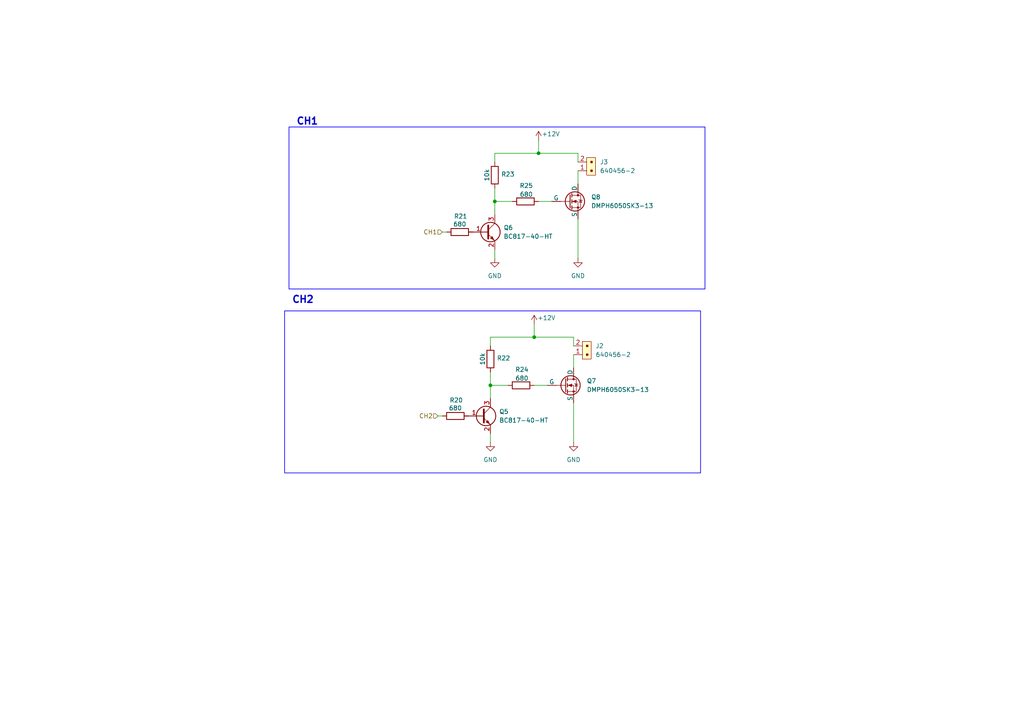
<source format=kicad_sch>
(kicad_sch (version 20231120) (generator "eeschema") (generator_version "8.0")
  (paper "A4")
  (lib_symbols
    (symbol "Device:R" (pin_numbers hide) (pin_names (offset 0))
      (property "Reference" "R" (at 2.032 0 90))
      (property "Value" "R" (at 0 0 90))
      (symbol "R_0_1"
        (rectangle (start -1.016 -2.54) (end 1.016 2.54) (stroke (width 0.254)))
      )
      (symbol "R_1_1"
        (pin passive line (at 0 3.81 270) (length 1.27) (name "~") (number "1"))
        (pin passive line (at 0 -3.81 90) (length 1.27) (name "~") (number "2"))
      )
    )
    (symbol "Simulation_SPICE:NMOS" (pin_numbers hide) (pin_names (offset 0))
      (property "Reference" "Q5" (at 6.35 1.2701 0))
      (property "Value" "DMPH6050SK3-13" (at 6.35 -1.2699 0))
      (symbol "NMOS_0_1"
        (polyline (pts (xy 0.254 0) (xy -2.54 0)))
        (polyline (pts (xy 0.254 1.905) (xy 0.254 -1.905)) (stroke (width 0.254)))
        (polyline (pts (xy 0.762 -1.27) (xy 0.762 -2.286)) (stroke (width 0.254)))
        (polyline (pts (xy 0.762 0.508) (xy 0.762 -0.508)) (stroke (width 0.254)))
        (polyline (pts (xy 0.762 2.286) (xy 0.762 1.27)) (stroke (width 0.254)))
        (polyline (pts (xy 2.54 2.54) (xy 2.54 1.778)))
        (polyline (pts (xy 2.54 -2.54) (xy 2.54 0) (xy 0.762 0)))
        (polyline (pts (xy 0.762 -1.778) (xy 3.302 -1.778) (xy 3.302 1.778) (xy 0.762 1.778)))
        (polyline (pts (xy 1.016 0) (xy 2.032 0.381) (xy 2.032 -0.381) (xy 1.016 0)) (fill (type outline)))
        (polyline (pts (xy 2.794 0.508) (xy 2.921 0.381) (xy 3.683 0.381) (xy 3.81 0.254)))
        (polyline (pts (xy 3.302 0.381) (xy 2.921 -0.254) (xy 3.683 -0.254) (xy 3.302 0.381)))
        (circle (center 1.651 0) (radius 2.794) (stroke (width 0.254)))
        (circle (center 2.54 -1.778) (radius 0.254) (fill (type outline)))
        (circle (center 2.54 1.778) (radius 0.254) (fill (type outline)))
      )
      (symbol "NMOS_1_1"
        (pin input line (at -5.08 0 0) (length 2.54) (name "G") (number "1"))
        (pin passive line (at 2.54 5.08 270) (length 2.54) (name "D") (number "2"))
        (pin passive line (at 2.54 -5.08 90) (length 2.54) (name "S") (number "3"))
      )
    )
    (symbol "Transistor_BJT:BC817" (pin_names (offset 0) hide)
      (property "Reference" "Q" (at 5.08 1.905 0))
      (property "Value" "BC817" (at 5.08 0 0))
      (symbol "BC817_0_1"
        (polyline (pts (xy 0.635 0.635) (xy 2.54 2.54)))
        (polyline (pts (xy 0.635 -0.635) (xy 2.54 -2.54) (xy 2.54 -2.54)))
        (polyline (pts (xy 0.635 1.905) (xy 0.635 -1.905) (xy 0.635 -1.905)) (stroke (width 0.508)))
        (polyline (pts (xy 1.27 -1.778) (xy 1.778 -1.27) (xy 2.286 -2.286) (xy 1.27 -1.778) (xy 1.27 -1.778)) (fill (type outline)))
        (circle (center 1.27 0) (radius 2.8194) (stroke (width 0.254)))
      )
      (symbol "BC817_1_1"
        (pin input line (at -5.08 0 0) (length 5.715) (name "B") (number "1"))
        (pin passive line (at 2.54 -5.08 90) (length 2.54) (name "E") (number "2"))
        (pin passive line (at 2.54 5.08 270) (length 2.54) (name "C") (number "3"))
      )
    )
    (symbol "dk_Rectangular-Connectors-Headers-Male-Pins:640456-2" (pin_names (offset 1.016))
      (property "Reference" "J" (at -2.54 1.27 0))
      (property "Value" "640456-2" (at 1.27 -3.81 0))
      (symbol "640456-2_1_1"
        (rectangle (start -1.27 0) (end 3.81 -2.54) (fill (type background)))
        (rectangle (start -0.254 -1.143) (end 0.254 -1.651) (fill (type outline)))
        (rectangle (start 2.286 -1.143) (end 2.794 -1.651) (fill (type outline)))
        (pin passive line (at 0 2.54 270) (length 2.54) (name "~") (number "1"))
        (pin passive line (at 2.54 2.54 270) (length 2.54) (name "~") (number "2"))
      )
    )
    (symbol "power:+12V" (power) (pin_numbers hide) (pin_names (offset 0) hide)
      (property "Value" "+12V" (at 0 3.556 0))
      (symbol "+12V_0_1"
        (polyline (pts (xy -0.762 1.27) (xy 0 2.54)))
        (polyline (pts (xy 0 0) (xy 0 2.54)))
        (polyline (pts (xy 0 2.54) (xy 0.762 1.27)))
      )
      (symbol "+12V_1_1"
        (pin power_in line (at 0 0 90) (length 0) (name "~") (number "1"))
      )
    )
    (symbol "power:GND" (power) (pin_numbers hide) (pin_names (offset 0) hide)
      (property "Value" "GND" (at 0 -3.81 0))
      (symbol "GND_0_1"
        (polyline (pts (xy 0 0) (xy 0 -1.27) (xy 1.27 -1.27) (xy 0 -2.54) (xy -1.27 -1.27) (xy 0 -1.27)))
      )
      (symbol "GND_1_1"
        (pin power_in line (at 0 0 270) (length 0) (name "~") (number "1"))
      )
    )
  )
  (junction (at 143.51 58.42))
  (junction (at 142.24 111.76))
  (junction (at 156.21 44.45))
  (junction (at 154.94 97.79))
  (wire (pts (xy 154.94 97.79) (xy 166.37 97.79)))
  (wire (pts (xy 142.24 125.73) (xy 142.24 128.27)))
  (wire (pts (xy 154.94 93.98) (xy 154.94 97.79)))
  (wire (pts (xy 143.51 54.61) (xy 143.51 58.42)))
  (wire (pts (xy 154.94 111.76) (xy 158.75 111.76)))
  (wire (pts (xy 142.24 111.76) (xy 142.24 115.57)))
  (wire (pts (xy 154.94 97.79) (xy 142.24 97.79)))
  (wire (pts (xy 127 120.65) (xy 128.27 120.65)))
  (wire (pts (xy 128.27 67.31) (xy 129.54 67.31)))
  (wire (pts (xy 142.24 107.95) (xy 142.24 111.76)))
  (wire (pts (xy 167.64 63.5) (xy 167.64 74.93)))
  (wire (pts (xy 167.64 44.45) (xy 167.64 46.99)))
  (wire (pts (xy 137.16 67.31) (xy 135.89 67.31)))
  (wire (pts (xy 156.21 44.45) (xy 167.64 44.45)))
  (wire (pts (xy 166.37 102.87) (xy 166.37 106.68)))
  (wire (pts (xy 142.24 111.76) (xy 147.32 111.76)))
  (wire (pts (xy 142.24 97.79) (xy 142.24 100.33)))
  (wire (pts (xy 166.37 97.79) (xy 166.37 100.33)))
  (wire (pts (xy 135.89 120.65) (xy 134.62 120.65)))
  (wire (pts (xy 143.51 58.42) (xy 148.59 58.42)))
  (wire (pts (xy 156.21 58.42) (xy 160.02 58.42)))
  (wire (pts (xy 167.64 49.53) (xy 167.64 53.34)))
  (wire (pts (xy 143.51 58.42) (xy 143.51 62.23)))
  (wire (pts (xy 166.37 116.84) (xy 166.37 128.27)))
  (wire (pts (xy 156.21 40.64) (xy 156.21 44.45)))
  (wire (pts (xy 143.51 44.45) (xy 143.51 46.99)))
  (wire (pts (xy 156.21 44.45) (xy 143.51 44.45)))
  (wire (pts (xy 143.51 72.39) (xy 143.51 74.93)))
  (rectangle (start 82.55 90.17) (end 203.2 137.16) (stroke (width 0.2) (color 10 0 255 1)))
  (rectangle (start 83.82 36.83) (end 204.47 83.82) (stroke (width 0.2) (color 10 0 255 1)))
  (text "CH1\n" (at 89.154 35.306 0) (effects (font (size 2 2) (thickness 0.4) (bold yes))))
  (text "CH2\n\n" (at 87.884 88.646 0) (effects (font (size 2 2) (thickness 0.4) (bold yes))))
  (hierarchical_label "CH2" (shape input) (at 127 120.65 180))
  (hierarchical_label "CH1" (shape input) (at 128.27 67.31 180))
  (symbol (lib_id "power:GND") (at 166.37 128.27 0) (unit 1)
    (property "Reference" "#PWR036" (effects (hide yes)))
    (property "Value" "GND" (at 166.37 133.35 0))
    (property "Description" "Power symbol creates a global label with name \"GND\" , ground" (effects (hide yes)))
  )
  (symbol (lib_id "Device:R") (at 152.4 58.42 90) (unit 1)
    (property "Reference" "R25" (at 152.654 53.848 90))
    (property "Value" "680" (at 152.654 56.388 90))
    (property "Footprint" "Capacitor_SMD:C_0603_1608Metric_Pad1.08x0.95mm_HandSolder" (effects (hide yes)))
    (property "Description" "Resistor" (effects (hide yes)))
    (property "DigiKey" "  311-210HRTR-ND" (effects (hide yes)))
    (property "OZDISAN" "0603SAJ0681T5E" (effects (hide yes)))
  )
  (symbol (lib_id "power:+12V") (at 156.21 40.64 0) (unit 1)
    (property "Reference" "#PWR034" (effects (hide yes)))
    (property "Value" "+12V" (at 159.766 38.862 0))
    (property "Description" "Power symbol creates a global label with name \"+12V\"" (effects (hide yes)))
  )
  (symbol (lib_id "Transistor_BJT:BC817") (at 140.97 67.31 0) (unit 1)
    (property "Reference" "Q6" (at 146.05 66.0399 0) (effects (justify left)))
    (property "Value" "BC817-40-HT" (at 146.05 68.5799 0) (effects (justify left)))
    (property "Footprint" "Package_TO_SOT_SMD:SOT-23" (effects (hide yes)))
    (property "Datasheet" "https://www.onsemi.com/pub/Collateral/BC818-D.pdf" (effects (hide yes)))
    (property "Description" "0.8A Ic, 45V Vce, NPN Transistor, SOT-23" (effects (hide yes)))
    (property "OZDISAN" "BC817-40-HT" (effects (hide yes)))
  )
  (symbol (lib_id "power:GND") (at 142.24 128.27 0) (unit 1)
    (property "Reference" "#PWR017" (effects (hide yes)))
    (property "Value" "GND" (at 142.24 133.35 0))
    (property "Description" "Power symbol creates a global label with name \"GND\" , ground" (effects (hide yes)))
  )
  (symbol (lib_id "power:GND") (at 167.64 74.93 0) (unit 1)
    (property "Reference" "#PWR040" (effects (hide yes)))
    (property "Value" "GND" (at 167.64 80.01 0))
    (property "Description" "Power symbol creates a global label with name \"GND\" , ground" (effects (hide yes)))
  )
  (symbol (lib_id "dk_Rectangular-Connectors-Headers-Male-Pins:640456-2") (at 168.91 102.87 90) (unit 1)
    (property "Reference" "J2" (at 172.72 100.3299 90) (effects (justify right)))
    (property "Value" "640456-2" (at 172.72 102.8699 90) (effects (justify right)))
    (property "Footprint" "digikey-footprints:PinHeader_1x2_P2.54mm_Drill1.02mm" (effects (hide yes)))
    (property "Datasheet" "https://www.te.com/commerce/DocumentDelivery/DDEController?Action=srchrtrv&DocNm=640456&DocType=Customer+Drawing&DocLang=English" (effects (hide yes)))
    (property "Description" "CONN HEADER VERT 2POS 2.54MM" (effects (hide yes)))
    (property "Digi-Key_PN" "A1921-ND" (effects (hide yes)))
    (property "MPN" "640456-2" (effects (hide yes)))
    (property "Category" "Connectors, Interconnects" (effects (hide yes)))
    (property "Family" "Rectangular Connectors - Headers, Male Pins" (effects (hide yes)))
    (property "DK_Datasheet_Link" "https://www.te.com/commerce/DocumentDelivery/DDEController?Action=srchrtrv&DocNm=640456&DocType=Customer+Drawing&DocLang=English" (effects (hide yes)))
    (property "DK_Detail_Page" "/product-detail/en/te-connectivity-amp-connectors/640456-2/A1921-ND/109003" (effects (hide yes)))
    (property "Description_1" "CONN HEADER VERT 2POS 2.54MM" (effects (hide yes)))
    (property "Manufacturer" "TE Connectivity AMP Connectors" (effects (hide yes)))
    (property "Status" "Active" (effects (hide yes)))
  )
  (symbol (lib_id "Device:R") (at 142.24 104.14 180) (unit 1)
    (property "Reference" "R22" (at 146.05 103.886 0))
    (property "Value" "10k" (at 139.954 104.14 90))
    (property "Footprint" "Capacitor_SMD:C_0603_1608Metric_Pad1.08x0.95mm_HandSolder" (effects (hide yes)))
    (property "Description" "Resistor" (effects (hide yes)))
    (property "OZDISAN" "AC0201JR-0710KL  " (effects (hide yes)))
  )
  (symbol (lib_id "Simulation_SPICE:NMOS") (at 163.83 111.76 0) (unit 1)
    (property "Reference" "Q7" (at 170.18 110.4899 0) (effects (justify left)))
    (property "Value" "DMPH6050SK3-13" (at 170.18 113.0299 0) (effects (justify left)))
    (property "Footprint" "Package_TO_SOT_SMD:TO-252-2" (effects (hide yes)))
    (property "Datasheet" "https://ngspice.sourceforge.io/docs/ngspice-html-manual/manual.xhtml#cha_MOSFETs" (effects (hide yes)))
    (property "Description" "N-MOSFET transistor, drain/source/gate" (effects (hide yes)))
    (property "Sim.Device" "NMOS" (effects (hide yes)))
    (property "Sim.Type" "VDMOS" (effects (hide yes)))
    (property "Sim.Pins" "1=D 2=G 3=S" (effects (hide yes)))
    (property "OZDISAN" "DMPH6050SK3-13 " (effects (hide yes)))
  )
  (symbol (lib_id "Device:R") (at 132.08 120.65 90) (unit 1)
    (property "Reference" "R20" (at 132.334 116.078 90))
    (property "Value" "680" (at 132.08 118.364 90))
    (property "Footprint" "Capacitor_SMD:C_0603_1608Metric_Pad1.08x0.95mm_HandSolder" (effects (hide yes)))
    (property "Description" "Resistor" (effects (hide yes)))
    (property "OZDISAN" "0603SAJ0681T5E" (effects (hide yes)))
  )
  (symbol (lib_id "Transistor_BJT:BC817") (at 139.7 120.65 0) (unit 1)
    (property "Reference" "Q5" (at 144.78 119.3799 0) (effects (justify left)))
    (property "Value" "BC817-40-HT" (at 144.78 121.9199 0) (effects (justify left)))
    (property "Footprint" "Package_TO_SOT_SMD:SOT-23" (effects (hide yes)))
    (property "Datasheet" "https://www.onsemi.com/pub/Collateral/BC818-D.pdf" (effects (hide yes)))
    (property "Description" "0.8A Ic, 45V Vce, NPN Transistor, SOT-23" (effects (hide yes)))
    (property "OZDISAN" "BC817-40-HT" (effects (hide yes)))
  )
  (symbol (lib_id "dk_Rectangular-Connectors-Headers-Male-Pins:640456-2") (at 170.18 49.53 90) (unit 1)
    (property "Reference" "J3" (at 173.99 46.9899 90) (effects (justify right)))
    (property "Value" "640456-2" (at 173.99 49.5299 90) (effects (justify right)))
    (property "Footprint" "digikey-footprints:PinHeader_1x2_P2.54mm_Drill1.02mm" (effects (hide yes)))
    (property "Datasheet" "https://www.te.com/commerce/DocumentDelivery/DDEController?Action=srchrtrv&DocNm=640456&DocType=Customer+Drawing&DocLang=English" (effects (hide yes)))
    (property "Description" "CONN HEADER VERT 2POS 2.54MM" (effects (hide yes)))
    (property "Digi-Key_PN" "A1921-ND" (effects (hide yes)))
    (property "MPN" "640456-2" (effects (hide yes)))
    (property "Category" "Connectors, Interconnects" (effects (hide yes)))
    (property "Family" "Rectangular Connectors - Headers, Male Pins" (effects (hide yes)))
    (property "DK_Datasheet_Link" "https://www.te.com/commerce/DocumentDelivery/DDEController?Action=srchrtrv&DocNm=640456&DocType=Customer+Drawing&DocLang=English" (effects (hide yes)))
    (property "DK_Detail_Page" "/product-detail/en/te-connectivity-amp-connectors/640456-2/A1921-ND/109003" (effects (hide yes)))
    (property "Description_1" "CONN HEADER VERT 2POS 2.54MM" (effects (hide yes)))
    (property "Manufacturer" "TE Connectivity AMP Connectors" (effects (hide yes)))
    (property "Status" "Active" (effects (hide yes)))
  )
  (symbol (lib_id "Device:R") (at 133.35 67.31 90) (unit 1)
    (property "Reference" "R21" (at 133.604 62.738 90))
    (property "Value" "680" (at 133.35 65.024 90))
    (property "Footprint" "Capacitor_SMD:C_0603_1608Metric_Pad1.08x0.95mm_HandSolder" (effects (hide yes)))
    (property "Description" "Resistor" (effects (hide yes)))
    (property "OZDISAN" "0603SAJ0681T5E" (effects (hide yes)))
  )
  (symbol (lib_id "power:+12V") (at 154.94 93.98 0) (unit 1)
    (property "Reference" "#PWR031" (effects (hide yes)))
    (property "Value" "+12V" (at 158.496 92.202 0))
    (property "Description" "Power symbol creates a global label with name \"+12V\"" (effects (hide yes)))
  )
  (symbol (lib_id "Device:R") (at 151.13 111.76 90) (unit 1)
    (property "Reference" "R24" (at 151.384 107.188 90))
    (property "Value" "680" (at 151.384 109.728 90))
    (property "Footprint" "Capacitor_SMD:C_0603_1608Metric_Pad1.08x0.95mm_HandSolder" (effects (hide yes)))
    (property "Description" "Resistor" (effects (hide yes)))
    (property "DigiKey" "  311-210HRTR-ND" (effects (hide yes)))
    (property "OZDISAN" "0603SAJ0681T5E" (effects (hide yes)))
  )
  (symbol (lib_id "Simulation_SPICE:NMOS") (at 165.1 58.42 0) (unit 1)
    (property "Reference" "Q8" (at 171.45 57.1499 0) (effects (justify left)))
    (property "Value" "DMPH6050SK3-13" (at 171.45 59.6899 0) (effects (justify left)))
    (property "Footprint" "Package_TO_SOT_SMD:TO-252-2" (effects (hide yes)))
    (property "Datasheet" "https://ngspice.sourceforge.io/docs/ngspice-html-manual/manual.xhtml#cha_MOSFETs" (effects (hide yes)))
    (property "Description" "N-MOSFET transistor, drain/source/gate" (effects (hide yes)))
    (property "Sim.Device" "NMOS" (effects (hide yes)))
    (property "Sim.Type" "VDMOS" (effects (hide yes)))
    (property "Sim.Pins" "1=D 2=G 3=S" (effects (hide yes)))
    (property "OZDISAN" "DMPH6050SK3-13 " (effects (hide yes)))
  )
  (symbol (lib_id "Device:R") (at 143.51 50.8 180) (unit 1)
    (property "Reference" "R23" (at 147.32 50.546 0))
    (property "Value" "10k" (at 141.224 50.8 90))
    (property "Footprint" "Capacitor_SMD:C_0603_1608Metric_Pad1.08x0.95mm_HandSolder" (effects (hide yes)))
    (property "Description" "Resistor" (effects (hide yes)))
    (property "OZDISAN" "AC0201JR-0710KL  " (effects (hide yes)))
  )
  (symbol (lib_id "power:GND") (at 143.51 74.93 0) (unit 1)
    (property "Reference" "#PWR029" (effects (hide yes)))
    (property "Value" "GND" (at 143.51 80.01 0))
    (property "Description" "Power symbol creates a global label with name \"GND\" , ground" (effects (hide yes)))
  )
)
</source>
